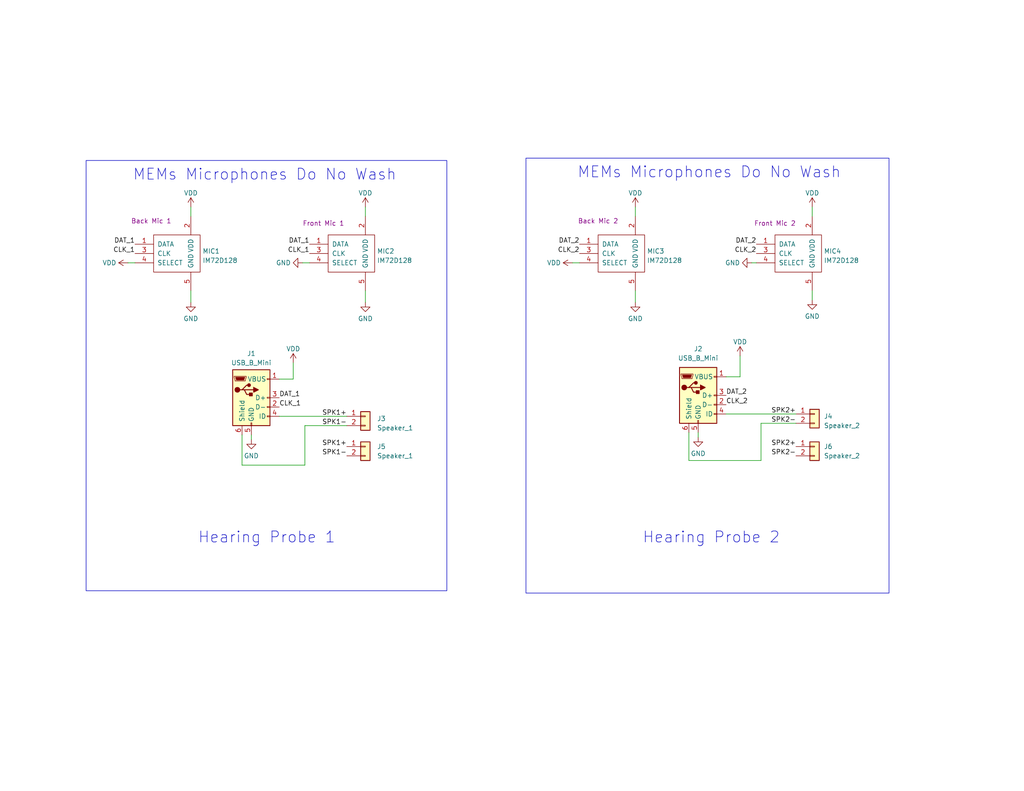
<source format=kicad_sch>
(kicad_sch (version 20231120) (generator "eeschema") (generator_version "8.0")
  (paper "A")
  (title_block (title "Hearing Probe Board") (rev "v0.1") (company "Flywheel Lab") (comment 1 "Desiged for Creare"))
  (lib_symbols
    (symbol "Connector:USB_B_Mini" (pin_names (offset 1.016))
      (property "Reference" "J" (at -5.08 11.43 0))
      (property "Value" "USB_B_Mini" (at -5.08 8.89 0))
      (symbol "USB_B_Mini_0_1"
        (rectangle (start -5.08 -7.62) (end 5.08 7.62) (stroke (width 0.254)) (fill (type background)))
        (circle (center -3.81 2.159) (radius 0.635) (stroke (width 0.254)) (fill (type outline)))
        (circle (center -0.635 3.429) (radius 0.381) (stroke (width 0.254)) (fill (type outline)))
        (rectangle (start -0.127 -7.62) (end 0.127 -6.858))
        (polyline (pts (xy -1.905 2.159) (xy 0.635 2.159)) (stroke (width 0.254)))
        (polyline (pts (xy -3.175 2.159) (xy -2.54 2.159) (xy -1.27 3.429) (xy -0.635 3.429)) (stroke (width 0.254)))
        (polyline (pts (xy -2.54 2.159) (xy -1.905 2.159) (xy -1.27 0.889) (xy 0 0.889)) (stroke (width 0.254)))
        (polyline (pts (xy 0.635 2.794) (xy 0.635 1.524) (xy 1.905 2.159) (xy 0.635 2.794)) (stroke (width 0.254)) (fill (type outline)))
        (polyline (pts (xy -4.318 5.588) (xy -1.778 5.588) (xy -2.032 4.826) (xy -4.064 4.826) (xy -4.318 5.588)) (fill (type outline)))
        (polyline (pts (xy -4.699 5.842) (xy -4.699 5.588) (xy -4.445 4.826) (xy -4.445 4.572) (xy -1.651 4.572) (xy -1.651 4.826) (xy -1.397 5.588) (xy -1.397 5.842) (xy -4.699 5.842)))
        (rectangle (start 0.254 1.27) (end -0.508 0.508) (stroke (width 0.254)) (fill (type outline)))
        (rectangle (start 5.08 -5.207) (end 4.318 -4.953))
        (rectangle (start 5.08 -2.667) (end 4.318 -2.413))
        (rectangle (start 5.08 -0.127) (end 4.318 0.127))
        (rectangle (start 5.08 4.953) (end 4.318 5.207))
      )
      (symbol "USB_B_Mini_1_1"
        (pin power_out line (at 7.62 5.08 180) (length 2.54) (name "VBUS") (number "1"))
        (pin bidirectional line (at 7.62 -2.54 180) (length 2.54) (name "D-") (number "2"))
        (pin bidirectional line (at 7.62 0 180) (length 2.54) (name "D+") (number "3"))
        (pin passive line (at 7.62 -5.08 180) (length 2.54) (name "ID") (number "4"))
        (pin power_out line (at 0 -10.16 90) (length 2.54) (name "GND") (number "5"))
        (pin passive line (at -2.54 -10.16 90) (length 2.54) (name "Shield") (number "6"))
      )
    )
    (symbol "Connector_Generic:Conn_01x02" (pin_names (offset 1.016) hide)
      (property "Reference" "J" (at 0 2.54 0))
      (property "Value" "Conn_01x02" (at 0 -5.08 0))
      (symbol "Conn_01x02_1_1"
        (rectangle (start -1.27 -2.413) (end 0 -2.667) (stroke (width 0.1524)))
        (rectangle (start -1.27 0.127) (end 0 -0.127) (stroke (width 0.1524)))
        (rectangle (start -1.27 1.27) (end 1.27 -3.81) (stroke (width 0.254)) (fill (type background)))
        (pin passive line (at -5.08 0 0) (length 3.81) (name "Pin_1") (number "1"))
        (pin passive line (at -5.08 -2.54 0) (length 3.81) (name "Pin_2") (number "2"))
      )
    )
    (symbol "Flywheel_Library:IM72D128" (pin_names (offset 1.016))
      (property "Reference" "MIC" (at -6.35 5.08 0))
      (property "Value" "IM72D128" (at -5.08 -7.62 0))
      (symbol "IM72D128_0_1"
        (rectangle (start -8.89 3.81) (end 3.81 -6.35))
      )
      (symbol "IM72D128_1_1"
        (pin output line (at -13.97 1.27 0) (length 5.08) (name "DATA") (number "1"))
        (pin power_in line (at 1.27 8.89 270) (length 5.08) (name "VDD") (number "2"))
        (pin input line (at -13.97 -1.27 0) (length 5.08) (name "CLK") (number "3"))
        (pin input line (at -13.97 -3.81 0) (length 5.08) (name "SELECT") (number "4"))
        (pin power_in line (at 1.27 -11.43 90) (length 5.08) (name "GND") (number "5"))
      )
    )
    (symbol "power:GND" (power) (pin_names (offset 0))
      (property "Value" "GND" (at 0 -3.81 0))
      (symbol "GND_0_1"
        (polyline (pts (xy 0 0) (xy 0 -1.27) (xy 1.27 -1.27) (xy 0 -2.54) (xy -1.27 -1.27) (xy 0 -1.27)))
      )
      (symbol "GND_1_1"
        (pin power_in line (at 0 0 270) (length 0) hide (name "GND") (number "1"))
      )
    )
    (symbol "power:VDD" (power) (pin_names (offset 0))
      (property "Value" "VDD" (at 0 3.81 0))
      (symbol "VDD_0_1"
        (polyline (pts (xy -0.762 1.27) (xy 0 2.54)))
        (polyline (pts (xy 0 0) (xy 0 2.54)))
        (polyline (pts (xy 0 2.54) (xy 0.762 1.27)))
      )
      (symbol "VDD_1_1"
        (pin power_in line (at 0 0 90) (length 0) hide (name "VDD") (number "1"))
      )
    )
  )
  (wire (pts (xy 66.04 127) (xy 83.185 127)))
  (wire (pts (xy 187.96 118.11) (xy 187.96 125.73)))
  (wire (pts (xy 190.5 118.11) (xy 190.5 119.38)))
  (wire (pts (xy 68.58 118.745) (xy 68.58 120.015)))
  (wire (pts (xy 52.07 56.515) (xy 52.07 59.055)))
  (wire (pts (xy 66.04 118.745) (xy 66.04 127)))
  (wire (pts (xy 207.645 115.57) (xy 217.17 115.57)))
  (wire (pts (xy 207.645 125.73) (xy 207.645 115.57)))
  (wire (pts (xy 156.21 71.755) (xy 158.115 71.755)))
  (wire (pts (xy 80.01 99.06) (xy 80.01 103.505)))
  (wire (pts (xy 99.695 56.515) (xy 99.695 59.055)))
  (wire (pts (xy 198.12 102.87) (xy 201.93 102.87)))
  (wire (pts (xy 76.2 113.665) (xy 94.615 113.665)))
  (wire (pts (xy 173.355 79.375) (xy 173.355 82.55)))
  (wire (pts (xy 173.355 56.515) (xy 173.355 59.055)))
  (wire (pts (xy 187.96 125.73) (xy 207.645 125.73)))
  (wire (pts (xy 205.105 71.755) (xy 206.375 71.755)))
  (wire (pts (xy 94.615 116.205) (xy 83.185 116.205)))
  (wire (pts (xy 83.185 116.205) (xy 83.185 127)))
  (wire (pts (xy 99.695 79.375) (xy 99.695 82.55)))
  (wire (pts (xy 82.55 71.755) (xy 84.455 71.755)))
  (wire (pts (xy 198.12 113.03) (xy 217.17 113.03)))
  (wire (pts (xy 221.615 79.375) (xy 221.615 81.915)))
  (wire (pts (xy 76.2 103.505) (xy 80.01 103.505)))
  (wire (pts (xy 221.615 56.515) (xy 221.615 59.055)))
  (wire (pts (xy 201.93 97.155) (xy 201.93 102.87)))
  (wire (pts (xy 34.925 71.755) (xy 36.83 71.755)))
  (wire (pts (xy 52.07 79.375) (xy 52.07 82.55)))
  (rectangle (start 143.51 43.18) (end 242.57 161.925))
  (rectangle (start 23.495 43.815) (end 121.92 161.29))
  (text "MEMs Microphones Do No Wash" (at 36.195 49.53 0) (effects (font (size 3 3)) (justify left bottom)))
  (text "MEMs Microphones Do No Wash" (at 157.48 48.895 0) (effects (font (size 3 3)) (justify left bottom)))
  (text "Hearing Probe 2" (at 175.26 148.59 0) (effects (font (size 3 3)) (justify left bottom)))
  (text "Hearing Probe 1" (at 53.975 148.59 0) (effects (font (size 3 3)) (justify left bottom)))
  (label "SPK2+" (at 217.17 121.92 180))
  (label "CLK_2" (at 206.375 69.215 180))
  (label "CLK_2" (at 198.12 110.49 0))
  (label "SPK2-" (at 217.17 115.57 180))
  (label "DAT_2" (at 206.375 66.675 180))
  (label "DAT_2" (at 198.12 107.95 0))
  (label "SPK1+" (at 94.615 121.92 180))
  (label "SPK1-" (at 94.615 124.46 180))
  (label "DAT_1" (at 76.2 108.585 0))
  (label "SPK1+" (at 94.615 113.665 180))
  (label "SPK2-" (at 217.17 124.46 180))
  (label "DAT_2" (at 158.115 66.675 180))
  (label "SPK1-" (at 94.615 116.205 180))
  (label "SPK2+" (at 217.17 113.03 180))
  (label "CLK_1" (at 36.83 69.215 180))
  (label "CLK_2" (at 158.115 69.215 180))
  (label "CLK_1" (at 84.455 69.215 180))
  (label "CLK_1" (at 76.2 111.125 0))
  (label "DAT_1" (at 36.83 66.675 180))
  (label "DAT_1" (at 84.455 66.675 180))
  (symbol (lib_id "power:GND") (at 173.355 82.55 0) (unit 1)
    (property "Reference" "#PWR06" (effects (hide yes)))
    (property "Value" "GND" (at 173.355 86.995 0))
  )
  (symbol (lib_id "power:GND") (at 99.695 82.55 0) (unit 1)
    (property "Reference" "#PWR07" (effects (hide yes)))
    (property "Value" "GND" (at 99.695 86.995 0))
  )
  (symbol (lib_id "Flywheel_Library:IM72D128") (at 220.345 67.945 0) (unit 1)
    (property "Reference" "MIC4" (at 224.79 68.58 0) (effects (justify left)))
    (property "Value" "IM72D128" (at 224.79 71.12 0) (effects (justify left)))
    (property "Footprint" "Flywheel:IM69D130" (effects (hide yes)))
    (property "Position" "Front Mic 2" (at 211.455 60.96 0))
  )
  (symbol (lib_id "Connector_Generic:Conn_01x02") (at 222.25 113.03 0) (unit 1)
    (property "Reference" "J4" (at 224.79 113.665 0) (effects (justify left)))
    (property "Value" "Speaker_2" (at 224.79 116.205 0) (effects (justify left)))
    (property "Footprint" "Connector_PinHeader_2.54mm:PinHeader_1x02_P2.54mm_Vertical" (effects (hide yes)))
  )
  (symbol (lib_id "power:VDD") (at 52.07 56.515 0) (unit 1)
    (property "Reference" "#PWR09" (effects (hide yes)))
    (property "Value" "VDD" (at 52.07 52.705 0))
  )
  (symbol (lib_id "Connector_Generic:Conn_01x02") (at 99.695 113.665 0) (unit 1)
    (property "Reference" "J3" (at 102.87 114.3 0) (effects (justify left)))
    (property "Value" "Speaker_1" (at 102.87 116.84 0) (effects (justify left)))
    (property "Footprint" "Connector_PinHeader_2.54mm:PinHeader_1x02_P2.54mm_Vertical" (effects (hide yes)))
  )
  (symbol (lib_id "power:GND") (at 52.07 82.55 0) (unit 1)
    (property "Reference" "#PWR08" (effects (hide yes)))
    (property "Value" "GND" (at 52.07 86.995 0))
  )
  (symbol (lib_id "power:VDD") (at 173.355 56.515 0) (unit 1)
    (property "Reference" "#PWR011" (effects (hide yes)))
    (property "Value" "VDD" (at 173.355 52.705 0))
  )
  (symbol (lib_id "power:GND") (at 68.58 120.015 0) (unit 1)
    (property "Reference" "#PWR02" (effects (hide yes)))
    (property "Value" "GND" (at 68.58 124.46 0))
  )
  (symbol (lib_id "power:GND") (at 190.5 119.38 0) (unit 1)
    (property "Reference" "#PWR04" (effects (hide yes)))
    (property "Value" "GND" (at 190.5 123.825 0))
  )
  (symbol (lib_id "power:VDD") (at 201.93 97.155 0) (unit 1)
    (property "Reference" "#PWR03" (effects (hide yes)))
    (property "Value" "VDD" (at 201.93 93.345 0))
  )
  (symbol (lib_id "power:VDD") (at 221.615 56.515 0) (unit 1)
    (property "Reference" "#PWR012" (effects (hide yes)))
    (property "Value" "VDD" (at 221.615 52.705 0))
  )
  (symbol (lib_id "Connector_Generic:Conn_01x02") (at 222.25 121.92 0) (unit 1)
    (property "Reference" "J6" (at 224.79 121.9199 0) (effects (justify left)))
    (property "Value" "Speaker_2" (at 224.79 124.4599 0) (effects (justify left)))
    (property "Footprint" "Connector_PinHeader_2.00mm:PinHeader_1x02_P2.00mm_Vertical" (effects (hide yes)))
  )
  (symbol (lib_id "power:VDD") (at 34.925 71.755 90) (unit 1)
    (property "Reference" "#PWR013" (effects (hide yes)))
    (property "Value" "VDD" (at 29.845 71.755 90))
  )
  (symbol (lib_id "power:VDD") (at 80.01 99.06 0) (unit 1)
    (property "Reference" "#PWR01" (effects (hide yes)))
    (property "Value" "VDD" (at 80.01 95.25 0))
  )
  (symbol (lib_id "Connector:USB_B_Mini") (at 68.58 108.585 0) (unit 1)
    (property "Reference" "J1" (at 68.58 96.52 0))
    (property "Value" "USB_B_Mini" (at 68.58 99.06 0))
    (property "Footprint" "Flywheel:MOLEX_56579-0519" (effects (hide yes)))
  )
  (symbol (lib_id "power:GND") (at 221.615 81.915 0) (unit 1)
    (property "Reference" "#PWR05" (effects (hide yes)))
    (property "Value" "GND" (at 221.615 86.36 0))
  )
  (symbol (lib_id "power:VDD") (at 156.21 71.755 90) (unit 1)
    (property "Reference" "#PWR014" (effects (hide yes)))
    (property "Value" "VDD" (at 151.13 71.755 90))
  )
  (symbol (lib_id "Connector:USB_B_Mini") (at 190.5 107.95 0) (unit 1)
    (property "Reference" "J2" (at 190.5 95.25 0))
    (property "Value" "USB_B_Mini" (at 190.5 97.79 0))
    (property "Footprint" "Flywheel:MOLEX_56579-0519" (effects (hide yes)))
  )
  (symbol (lib_id "Flywheel_Library:IM72D128") (at 50.8 67.945 0) (unit 1)
    (property "Reference" "MIC1" (at 55.245 68.58 0) (effects (justify left)))
    (property "Value" "IM72D128" (at 55.245 71.12 0) (effects (justify left)))
    (property "Footprint" "Flywheel:IM69D130" (effects (hide yes)))
    (property "Position" "Back Mic 1" (at 41.275 60.325 0))
  )
  (symbol (lib_id "power:VDD") (at 99.695 56.515 0) (unit 1)
    (property "Reference" "#PWR010" (effects (hide yes)))
    (property "Value" "VDD" (at 99.695 52.705 0))
  )
  (symbol (lib_id "Connector_Generic:Conn_01x02") (at 99.695 121.92 0) (unit 1)
    (property "Reference" "J5" (at 102.87 121.9199 0) (effects (justify left)))
    (property "Value" "Speaker_1" (at 102.87 124.4599 0) (effects (justify left)))
    (property "Footprint" "Connector_PinHeader_2.00mm:PinHeader_1x02_P2.00mm_Vertical" (effects (hide yes)))
  )
  (symbol (lib_id "power:GND") (at 82.55 71.755 270) (unit 1)
    (property "Reference" "#PWR015" (effects (hide yes)))
    (property "Value" "GND" (at 79.375 71.755 90) (effects (justify right)))
  )
  (symbol (lib_id "Flywheel_Library:IM72D128") (at 172.085 67.945 0) (unit 1)
    (property "Reference" "MIC3" (at 176.53 68.58 0) (effects (justify left)))
    (property "Value" "IM72D128" (at 176.53 71.12 0) (effects (justify left)))
    (property "Footprint" "Flywheel:IM69D130" (effects (hide yes)))
    (property "Position" "Back Mic 2" (at 163.195 60.325 0))
  )
  (symbol (lib_id "Flywheel_Library:IM72D128") (at 98.425 67.945 0) (unit 1)
    (property "Reference" "MIC2" (at 102.87 68.58 0) (effects (justify left)))
    (property "Value" "IM72D128" (at 102.87 71.12 0) (effects (justify left)))
    (property "Footprint" "Flywheel:IM69D130" (effects (hide yes)))
    (property "Position" "Front Mic 1" (at 88.265 60.96 0))
  )
  (symbol (lib_id "power:GND") (at 205.105 71.755 270) (unit 1)
    (property "Reference" "#PWR016" (effects (hide yes)))
    (property "Value" "GND" (at 201.93 71.755 90) (effects (justify right)))
  )
)
</source>
